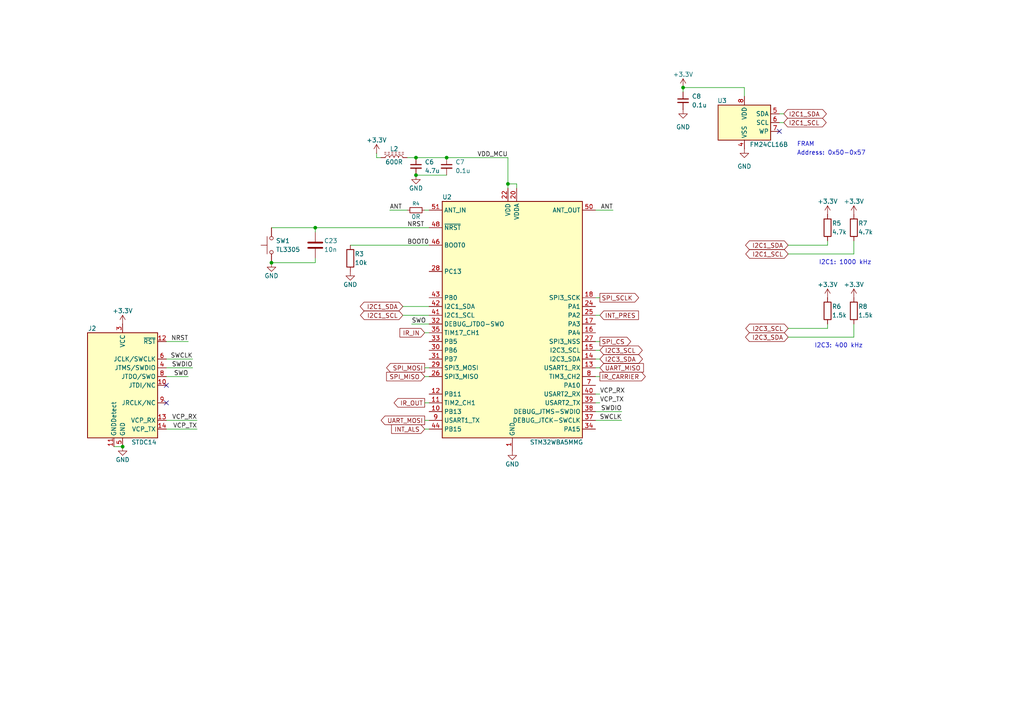
<source format=kicad_sch>
(kicad_sch (version 20250114) (generator "eeschema") (generator_version "9.0")
  (paper "A4")
  (lib_symbols
    (symbol "Connector:Conn_ST_STDC14"
      (property "Reference" "J" (at -8.89 16.51 0))
      (property "Value" "Conn_ST_STDC14" (at 17.78 16.51 0))
      (symbol "Conn_ST_STDC14_0_1"
        (rectangle (start -10.16 15.24) (end 10.16 -15.24) (stroke (width 0.254)) (fill (type background)))
      )
      (symbol "Conn_ST_STDC14_1_1"
        (pin no_connect line (at -10.16 5.08 0) (length 2.54) (hide yes) (name "NC") (number "1"))
        (pin no_connect line (at -10.16 2.54 0) (length 2.54) (hide yes) (name "NC") (number "2"))
        (pin passive line (at -2.54 -17.78 90) (length 2.54) (name "GNDDetect") (number "11"))
        (pin power_in line (at 0 17.78 270) (length 2.54) (name "VCC") (number "3"))
        (pin power_in line (at 0 -17.78 90) (length 2.54) (name "GND") (number "5"))
        (pin passive line (at 0 -17.78 90) (length 2.54) (hide yes) (name "GND") (number "7"))
        (pin open_collector line (at 12.7 12.7 180) (length 2.54) (name "~{RST}") (number "12"))
        (pin output line (at 12.7 7.62 180) (length 2.54) (name "JCLK/SWCLK") (number "6"))
        (pin bidirectional line (at 12.7 5.08 180) (length 2.54) (name "JTMS/SWDIO") (number "4"))
        (pin input line (at 12.7 2.54 180) (length 2.54) (name "JTDO/SWO") (number "8"))
        (pin output line (at 12.7 0 180) (length 2.54) (name "JTDI/NC") (number "10"))
        (pin input line (at 12.7 -5.08 180) (length 2.54) (name "JRCLK/NC") (number "9"))
        (pin output line (at 12.7 -10.16 180) (length 2.54) (name "VCP_RX") (number "13"))
        (pin input line (at 12.7 -12.7 180) (length 2.54) (name "VCP_TX") (number "14"))
      )
    )
    (symbol "DWlib:STM32WBA5MMG"
      (property "Reference" "U" (at -19.812 35.56 0))
      (property "Value" "STM32WBA5MMG" (at 16.764 35.56 0))
      (symbol "STM32WBA5MMG_0_0"
        (pin power_in line (at 0 -38.1 90) (length 3.81) (name "GND") (number "1"))
      )
      (symbol "STM32WBA5MMG_0_1"
        (rectangle (start -20.32 34.29) (end 20.32 -34.29) (stroke (width 0.254)) (fill (type background)))
      )
      (symbol "STM32WBA5MMG_1_1"
        (pin input line (at -24.13 31.75 0) (length 3.81) (name "ANT_IN") (number "51"))
        (pin bidirectional line (at -24.13 26.67 0) (length 3.81) (name "~{NRST}") (number "48"))
        (pin bidirectional line (at -24.13 21.59 0) (length 3.81) (name "BOOT0") (number "46"))
        (pin bidirectional line (at -24.13 13.97 0) (length 3.81) (name "PC13") (number "28"))
        (pin bidirectional line (at -24.13 6.35 0) (length 3.81) (name "PB0") (number "43") (alternate "USART2_TX" bidirectional line))
        (pin bidirectional line (at -24.13 3.81 0) (length 3.81) (name "PB1") (number "42") (alternate "I2C1_SDA" bidirectional line) (alternate "I2C3_SDA" bidirectional line))
        (pin bidirectional line (at -24.13 1.27 0) (length 3.81) (name "PB2") (number "41") (alternate "I2C1_SCL" bidirectional line) (alternate "I2C3_SCL" bidirectional line))
        (pin bidirectional line (at -24.13 -1.27 0) (length 3.81) (name "PB3") (number "32") (alternate "DEBUG_JTDO-SWO" bidirectional line) (alternate "I2C1_SDA" bidirectional line))
        (pin bidirectional line (at -24.13 -3.81 0) (length 3.81) (name "PB4") (number "35") (alternate "TIM17_CH1" bidirectional line) (alternate "USART2_RX" bidirectional line))
        (pin bidirectional line (at -24.13 -6.35 0) (length 3.81) (name "PB5") (number "33"))
        (pin bidirectional line (at -24.13 -8.89 0) (length 3.81) (name "PB6") (number "30") (alternate "TIM2_CH1" bidirectional line))
        (pin bidirectional line (at -24.13 -11.43 0) (length 3.81) (name "PB7") (number "31"))
        (pin bidirectional line (at -24.13 -13.97 0) (length 3.81) (name "PB8") (number "29") (alternate "SPI3_MOSI" bidirectional line) (alternate "USART2_RX" bidirectional line))
        (pin bidirectional line (at -24.13 -16.51 0) (length 3.81) (name "PB9") (number "26") (alternate "SPI3_MISO" bidirectional line))
        (pin bidirectional line (at -24.13 -21.59 0) (length 3.81) (name "PB11") (number "12"))
        (pin bidirectional line (at -24.13 -24.13 0) (length 3.81) (name "PB12") (number "11") (alternate "TIM2_CH1" bidirectional line) (alternate "USART1_TX" bidirectional line))
        (pin bidirectional line (at -24.13 -26.67 0) (length 3.81) (name "PB13") (number "10"))
        (pin bidirectional line (at -24.13 -29.21 0) (length 3.81) (name "PB14") (number "9") (alternate "USART1_TX" bidirectional line))
        (pin bidirectional line (at -24.13 -31.75 0) (length 3.81) (name "PB15") (number "44") (alternate "I2C1_SCL" bidirectional line))
        (pin power_in line (at -1.27 38.1 270) (length 3.81) (name "VDD") (number "22"))
        (pin power_in line (at 0 -38.1 90) (length 3.81) (hide yes) (name "GND") (number "19"))
        (pin power_in line (at 0 -38.1 90) (length 3.81) (hide yes) (name "GND") (number "21"))
        (pin power_in line (at 0 -38.1 90) (length 3.81) (hide yes) (name "GND") (number "23"))
        (pin power_in line (at 0 -38.1 90) (length 3.81) (hide yes) (name "GND") (number "36"))
        (pin power_in line (at 0 -38.1 90) (length 3.81) (hide yes) (name "GND") (number "45"))
        (pin power_in line (at 0 -38.1 90) (length 3.81) (hide yes) (name "GND") (number "47"))
        (pin power_in line (at 0 -38.1 90) (length 3.81) (hide yes) (name "GND") (number "49"))
        (pin power_in line (at 0 -38.1 90) (length 3.81) (hide yes) (name "GND") (number "52"))
        (pin power_in line (at 0 -38.1 90) (length 3.81) (hide yes) (name "GND") (number "53"))
        (pin power_in line (at 0 -38.1 90) (length 3.81) (hide yes) (name "GND") (number "54"))
        (pin power_in line (at 0 -38.1 90) (length 3.81) (hide yes) (name "GND") (number "55"))
        (pin power_in line (at 0 -38.1 90) (length 3.81) (hide yes) (name "GND") (number "57"))
        (pin power_in line (at 0 -38.1 90) (length 3.81) (hide yes) (name "GND") (number "58"))
        (pin power_in line (at 0 -38.1 90) (length 3.81) (hide yes) (name "GND") (number "6"))
        (pin power_in line (at 0 -38.1 90) (length 3.81) (hide yes) (name "GND") (number "60"))
        (pin power_in line (at 0 -38.1 90) (length 3.81) (hide yes) (name "GND") (number "61"))
        (pin power_in line (at 0 -38.1 90) (length 3.81) (hide yes) (name "GND") (number "62"))
        (pin power_in line (at 0 -38.1 90) (length 3.81) (hide yes) (name "GND") (number "63"))
        (pin power_in line (at 0 -38.1 90) (length 3.81) (hide yes) (name "GND") (number "64"))
        (pin power_in line (at 0 -38.1 90) (length 3.81) (hide yes) (name "GND") (number "65"))
        (pin power_in line (at 0 -38.1 90) (length 3.81) (hide yes) (name "GND") (number "66"))
        (pin power_in line (at 0 -38.1 90) (length 3.81) (hide yes) (name "GND") (number "67"))
        (pin power_in line (at 0 -38.1 90) (length 3.81) (hide yes) (name "GND") (number "68"))
        (pin power_in line (at 0 -38.1 90) (length 3.81) (hide yes) (name "GND") (number "69"))
        (pin power_in line (at 0 -38.1 90) (length 3.81) (hide yes) (name "GND") (number "70"))
        (pin power_in line (at 0 -38.1 90) (length 3.81) (hide yes) (name "GND") (number "71"))
        (pin power_in line (at 0 -38.1 90) (length 3.81) (hide yes) (name "GND") (number "72"))
        (pin power_in line (at 0 -38.1 90) (length 3.81) (hide yes) (name "GND") (number "73"))
        (pin power_in line (at 0 -38.1 90) (length 3.81) (hide yes) (name "GND") (number "74"))
        (pin power_in line (at 0 -38.1 90) (length 3.81) (hide yes) (name "GND") (number "75"))
        (pin power_in line (at 0 -38.1 90) (length 3.81) (hide yes) (name "GND") (number "76"))
        (pin power_in line (at 1.27 38.1 270) (length 3.81) (name "VDDA") (number "20"))
        (pin no_connect line (at 2.54 -34.29 90) (length 3.81) (hide yes) (name "GND") (number "2"))
        (pin no_connect line (at 2.54 -34.29 90) (length 3.81) (hide yes) (name "GND") (number "3"))
        (pin no_connect line (at 2.54 -34.29 90) (length 3.81) (hide yes) (name "GND") (number "4"))
        (pin no_connect line (at 2.54 -34.29 90) (length 3.81) (hide yes) (name "GND") (number "5"))
        (pin no_connect line (at 2.54 -34.29 90) (length 3.81) (hide yes) (name "GND") (number "56"))
        (pin no_connect line (at 2.54 -34.29 90) (length 3.81) (hide yes) (name "GND") (number "59"))
        (pin output line (at 24.13 31.75 180) (length 3.81) (name "ANT_OUT") (number "50"))
        (pin bidirectional line (at 24.13 6.35 180) (length 3.81) (name "PA0") (number "18") (alternate "SPI3_SCK" bidirectional line))
        (pin bidirectional line (at 24.13 3.81 180) (length 3.81) (name "PA1") (number "24") (alternate "TIM17_CH1" bidirectional line) (alternate "TIM3_CH2" bidirectional line))
        (pin bidirectional line (at 24.13 1.27 180) (length 3.81) (name "PA2") (number "25"))
        (pin bidirectional line (at 24.13 -1.27 180) (length 3.81) (name "PA3") (number "17"))
        (pin bidirectional line (at 24.13 -3.81 180) (length 3.81) (name "PA4") (number "16"))
        (pin bidirectional line (at 24.13 -6.35 180) (length 3.81) (name "PA5") (number "27") (alternate "SPI3_NSS" bidirectional line) (alternate "TIM2_CH1" bidirectional line))
        (pin bidirectional line (at 24.13 -8.89 180) (length 3.81) (name "PA6") (number "15") (alternate "I2C3_SCL" bidirectional line))
        (pin bidirectional line (at 24.13 -11.43 180) (length 3.81) (name "PA7") (number "14") (alternate "I2C3_SDA" bidirectional line))
        (pin bidirectional line (at 24.13 -13.97 180) (length 3.81) (name "PA8") (number "13") (alternate "USART1_RX" bidirectional line))
        (pin bidirectional line (at 24.13 -16.51 180) (length 3.81) (name "PA9") (number "8") (alternate "TIM3_CH2" bidirectional line))
        (pin bidirectional line (at 24.13 -19.05 180) (length 3.81) (name "PA10") (number "7"))
        (pin bidirectional line (at 24.13 -21.59 180) (length 3.81) (name "PA11") (number "40") (alternate "USART2_RX" bidirectional line))
        (pin bidirectional line (at 24.13 -24.13 180) (length 3.81) (name "PA12") (number "39") (alternate "USART2_TX" bidirectional line))
        (pin bidirectional line (at 24.13 -26.67 180) (length 3.81) (name "PA13") (number "38") (alternate "DEBUG_JTMS-SWDIO" bidirectional line))
        (pin bidirectional line (at 24.13 -29.21 180) (length 3.81) (name "PA14") (number "37") (alternate "DEBUG_JTCK-SWCLK" bidirectional line) (alternate "USART2_TX" bidirectional line))
        (pin bidirectional line (at 24.13 -31.75 180) (length 3.81) (name "PA15") (number "34") (alternate "I2C1_SCL" bidirectional line))
      )
    )
    (symbol "Device:C" (pin_numbers (hide yes)) (pin_names (offset 0.254))
      (property "Reference" "C" (at 0.635 2.54 0))
      (property "Value" "C" (at 0.635 -2.54 0))
      (symbol "C_0_1"
        (polyline (pts (xy -2.032 0.762) (xy 2.032 0.762)) (stroke (width 0.508)))
        (polyline (pts (xy -2.032 -0.762) (xy 2.032 -0.762)) (stroke (width 0.508)))
      )
      (symbol "C_1_1"
        (pin passive line (at 0 3.81 270) (length 2.794) (name "~") (number "1"))
        (pin passive line (at 0 -3.81 90) (length 2.794) (name "~") (number "2"))
      )
    )
    (symbol "Device:C_Small" (pin_numbers (hide yes)) (pin_names (offset 0.254) (hide yes))
      (property "Reference" "C" (at 0.254 1.778 0))
      (property "Value" "C_Small" (at 0.254 -2.032 0))
      (symbol "C_Small_0_1"
        (polyline (pts (xy -1.524 0.508) (xy 1.524 0.508)) (stroke (width 0.3048)))
        (polyline (pts (xy -1.524 -0.508) (xy 1.524 -0.508)) (stroke (width 0.3302)))
      )
      (symbol "C_Small_1_1"
        (pin passive line (at 0 2.54 270) (length 2.032) (name "~") (number "1"))
        (pin passive line (at 0 -2.54 90) (length 2.032) (name "~") (number "2"))
      )
    )
    (symbol "Device:L_Ferrite" (pin_numbers (hide yes)) (pin_names (offset 1.016) (hide yes))
      (property "Reference" "L" (at -1.27 0 90))
      (property "Value" "L_Ferrite" (at 2.794 0 90))
      (symbol "L_Ferrite_0_1"
        (arc (start 0 2.54) (mid 0.6323 1.905) (end 0 1.27))
        (arc (start 0 1.27) (mid 0.6323 0.635) (end 0 0))
        (arc (start 0 0) (mid 0.6323 -0.635) (end 0 -1.27))
        (arc (start 0 -1.27) (mid 0.6323 -1.905) (end 0 -2.54))
        (polyline (pts (xy 1.016 2.286) (xy 1.016 2.794)))
        (polyline (pts (xy 1.016 1.27) (xy 1.016 1.778)))
        (polyline (pts (xy 1.016 0.254) (xy 1.016 0.762)))
        (polyline (pts (xy 1.016 -0.762) (xy 1.016 -0.254)))
        (polyline (pts (xy 1.016 -1.778) (xy 1.016 -1.27)))
        (polyline (pts (xy 1.016 -2.794) (xy 1.016 -2.286)))
        (polyline (pts (xy 1.524 2.794) (xy 1.524 2.286)))
        (polyline (pts (xy 1.524 1.778) (xy 1.524 1.27)))
        (polyline (pts (xy 1.524 0.762) (xy 1.524 0.254)))
        (polyline (pts (xy 1.524 -0.254) (xy 1.524 -0.762)))
        (polyline (pts (xy 1.524 -1.27) (xy 1.524 -1.778)))
        (polyline (pts (xy 1.524 -2.286) (xy 1.524 -2.794)))
      )
      (symbol "L_Ferrite_1_1"
        (pin passive line (at 0 3.81 270) (length 1.27) (name "1") (number "1"))
        (pin passive line (at 0 -3.81 90) (length 1.27) (name "2") (number "2"))
      )
    )
    (symbol "Device:R" (pin_numbers (hide yes)) (pin_names (offset 0))
      (property "Reference" "R" (at 2.032 0 90))
      (property "Value" "R" (at 0 0 90))
      (symbol "R_0_1"
        (rectangle (start -1.016 -2.54) (end 1.016 2.54) (stroke (width 0.254)))
      )
      (symbol "R_1_1"
        (pin passive line (at 0 3.81 270) (length 1.27) (name "~") (number "1"))
        (pin passive line (at 0 -3.81 90) (length 1.27) (name "~") (number "2"))
      )
    )
    (symbol "Device:R_Small" (pin_numbers (hide yes)) (pin_names (offset 0.254) (hide yes))
      (property "Reference" "R" (at 0 0 90))
      (property "Value" "R_Small" (at 1.778 0 90))
      (symbol "R_Small_0_1"
        (rectangle (start -0.762 1.778) (end 0.762 -1.778) (stroke (width 0.2032)))
      )
      (symbol "R_Small_1_1"
        (pin passive line (at 0 2.54 270) (length 0.762) (name "~") (number "1"))
        (pin passive line (at 0 -2.54 90) (length 0.762) (name "~") (number "2"))
      )
    )
    (symbol "Memory_NVRAM:FM24CL16B"
      (property "Reference" "U" (at -5.08 8.89 0))
      (property "Value" "FM24CL16B" (at 6.35 -8.89 0))
      (symbol "FM24CL16B_0_1"
        (rectangle (start -7.62 5.08) (end 7.62 -5.08) (stroke (width 0.254)) (fill (type background)))
      )
      (symbol "FM24CL16B_1_1"
        (pin no_connect line (at -7.62 2.54 0) (length 2.54) (hide yes) (name "~") (number "1"))
        (pin no_connect line (at -7.62 0 0) (length 2.54) (hide yes) (name "~") (number "3"))
        (pin no_connect line (at -7.62 -2.54 0) (length 2.54) (hide yes) (name "~") (number "2"))
        (pin power_in line (at 0 7.62 270) (length 2.54) (name "VDD") (number "8"))
        (pin power_in line (at 0 -7.62 90) (length 2.54) (name "VSS") (number "4"))
        (pin bidirectional line (at 10.16 2.54 180) (length 2.54) (name "SDA") (number "5"))
        (pin input line (at 10.16 0 180) (length 2.54) (name "SCL") (number "6"))
        (pin input line (at 10.16 -2.54 180) (length 2.54) (name "WP") (number "7"))
      )
    )
    (symbol "Switch:SW_Push" (pin_numbers (hide yes)) (pin_names (offset 1.016) (hide yes))
      (property "Reference" "SW" (at 1.27 2.54 0))
      (property "Value" "SW_Push" (at 0 -1.524 0))
      (symbol "SW_Push_0_1"
        (circle (center -2.032 0) (radius 0.508))
        (polyline (pts (xy 0 1.27) (xy 0 3.048)))
        (circle (center 2.032 0) (radius 0.508))
        (polyline (pts (xy 2.54 1.27) (xy -2.54 1.27)))
        (pin passive line (at -5.08 0 0) (length 2.54) (name "1") (number "1"))
        (pin passive line (at 5.08 0 180) (length 2.54) (name "2") (number "2"))
      )
    )
    (symbol "power:+3.3V" (power) (pin_numbers (hide yes)) (pin_names (offset 0) (hide yes))
      (property "Value" "+3.3V" (at 0 3.556 0))
      (symbol "+3.3V_0_1"
        (polyline (pts (xy -0.762 1.27) (xy 0 2.54)))
        (polyline (pts (xy 0 2.54) (xy 0.762 1.27)))
        (polyline (pts (xy 0 0) (xy 0 2.54)))
      )
      (symbol "+3.3V_1_1"
        (pin power_in line (at 0 0 90) (length 0) (name "~") (number "1"))
      )
    )
    (symbol "power:GND" (power) (pin_numbers (hide yes)) (pin_names (offset 0) (hide yes))
      (property "Value" "GND" (at 0 -3.81 0))
      (symbol "GND_0_1"
        (polyline (pts (xy 0 0) (xy 0 -1.27) (xy 1.27 -1.27) (xy 0 -2.54) (xy -1.27 -1.27) (xy 0 -1.27)))
      )
      (symbol "GND_1_1"
        (pin power_in line (at 0 0 270) (length 0) (name "~") (number "1"))
      )
    )
  )
  (text "I2C3: 400 kHz" (at 236.22 100.33 0) (effects (font (size 1.27 1.27)) (justify left)))
  (text "Address: 0x50-0x57" (at 231.14 44.45 0) (effects (font (size 1.27 1.27)) (justify left)))
  (text "I2C1: 1000 kHz" (at 237.49 76.2 0) (effects (font (size 1.27 1.27)) (justify left)))
  (text "FRAM" (at 231.14 41.91 0) (effects (font (size 1.27 1.27)) (justify left)))
  (junction (at 91.44 66.04))
  (junction (at 147.32 53.34))
  (junction (at 129.54 45.72))
  (junction (at 120.65 45.72))
  (junction (at 198.12 25.4))
  (junction (at 120.65 50.8))
  (junction (at 78.74 76.2))
  (junction (at 35.56 129.54))
  (no_connect (at 48.26 111.76))
  (no_connect (at 226.06 38.1))
  (no_connect (at 48.26 116.84))
  (wire (pts (xy 119.38 93.98) (xy 124.46 93.98)))
  (wire (pts (xy 240.03 69.85) (xy 240.03 71.12)))
  (wire (pts (xy 118.11 45.72) (xy 120.65 45.72)))
  (wire (pts (xy 240.03 93.98) (xy 240.03 95.25)))
  (wire (pts (xy 123.19 124.46) (xy 124.46 124.46)))
  (wire (pts (xy 173.99 99.06) (xy 172.72 99.06)))
  (wire (pts (xy 247.65 69.85) (xy 247.65 73.66)))
  (wire (pts (xy 57.15 121.92) (xy 48.26 121.92)))
  (wire (pts (xy 172.72 60.96) (xy 177.8 60.96)))
  (wire (pts (xy 57.15 124.46) (xy 48.26 124.46)))
  (wire (pts (xy 173.99 101.6) (xy 172.72 101.6)))
  (wire (pts (xy 116.84 91.44) (xy 124.46 91.44)))
  (wire (pts (xy 54.61 109.22) (xy 48.26 109.22)))
  (wire (pts (xy 123.19 60.96) (xy 124.46 60.96)))
  (wire (pts (xy 109.22 45.72) (xy 110.49 45.72)))
  (wire (pts (xy 215.9 25.4) (xy 198.12 25.4)))
  (wire (pts (xy 180.34 119.38) (xy 172.72 119.38)))
  (wire (pts (xy 120.65 45.72) (xy 129.54 45.72)))
  (wire (pts (xy 173.99 109.22) (xy 172.72 109.22)))
  (wire (pts (xy 180.34 121.92) (xy 172.72 121.92)))
  (wire (pts (xy 147.32 45.72) (xy 147.32 53.34)))
  (wire (pts (xy 173.99 114.3) (xy 172.72 114.3)))
  (wire (pts (xy 228.6 95.25) (xy 240.03 95.25)))
  (wire (pts (xy 123.19 121.92) (xy 124.46 121.92)))
  (wire (pts (xy 33.02 129.54) (xy 35.56 129.54)))
  (wire (pts (xy 91.44 66.04) (xy 124.46 66.04)))
  (wire (pts (xy 228.6 71.12) (xy 240.03 71.12)))
  (wire (pts (xy 91.44 74.93) (xy 91.44 76.2)))
  (wire (pts (xy 173.99 86.36) (xy 172.72 86.36)))
  (wire (pts (xy 55.88 104.14) (xy 48.26 104.14)))
  (wire (pts (xy 123.19 116.84) (xy 124.46 116.84)))
  (wire (pts (xy 55.88 106.68) (xy 48.26 106.68)))
  (wire (pts (xy 227.33 33.02) (xy 226.06 33.02)))
  (wire (pts (xy 247.65 93.98) (xy 247.65 97.79)))
  (wire (pts (xy 123.19 106.68) (xy 124.46 106.68)))
  (wire (pts (xy 198.12 25.4) (xy 198.12 26.67)))
  (wire (pts (xy 109.22 44.45) (xy 109.22 45.72)))
  (wire (pts (xy 113.03 60.96) (xy 118.11 60.96)))
  (wire (pts (xy 149.86 54.61) (xy 149.86 53.34)))
  (wire (pts (xy 54.61 99.06) (xy 48.26 99.06)))
  (wire (pts (xy 227.33 35.56) (xy 226.06 35.56)))
  (wire (pts (xy 101.6 71.12) (xy 124.46 71.12)))
  (wire (pts (xy 173.99 91.44) (xy 172.72 91.44)))
  (wire (pts (xy 173.99 116.84) (xy 172.72 116.84)))
  (wire (pts (xy 123.19 96.52) (xy 124.46 96.52)))
  (wire (pts (xy 215.9 27.94) (xy 215.9 25.4)))
  (wire (pts (xy 147.32 53.34) (xy 147.32 54.61)))
  (wire (pts (xy 129.54 45.72) (xy 147.32 45.72)))
  (wire (pts (xy 116.84 88.9) (xy 124.46 88.9)))
  (wire (pts (xy 228.6 73.66) (xy 247.65 73.66)))
  (wire (pts (xy 123.19 109.22) (xy 124.46 109.22)))
  (wire (pts (xy 120.65 50.8) (xy 129.54 50.8)))
  (wire (pts (xy 91.44 66.04) (xy 91.44 67.31)))
  (wire (pts (xy 173.99 106.68) (xy 172.72 106.68)))
  (wire (pts (xy 228.6 97.79) (xy 247.65 97.79)))
  (wire (pts (xy 173.99 104.14) (xy 172.72 104.14)))
  (wire (pts (xy 149.86 53.34) (xy 147.32 53.34)))
  (wire (pts (xy 91.44 76.2) (xy 78.74 76.2)))
  (wire (pts (xy 78.74 66.04) (xy 91.44 66.04)))
  (label "VCP_TX" (at 57.15 124.46 180))
  (label "SWDIO" (at 55.88 106.68 180))
  (label "BOOT0" (at 118.11 71.12 0))
  (label "NRST" (at 54.61 99.06 180))
  (label "SWCLK" (at 55.88 104.14 180))
  (label "VCP_RX" (at 57.15 121.92 180))
  (label "VCP_RX" (at 173.99 114.3 0))
  (label "SWDIO" (at 180.34 119.38 180))
  (label "ANT" (at 113.03 60.96 0))
  (label "VDD_MCU" (at 138.43 45.72 0))
  (label "SWO" (at 54.61 109.22 180))
  (label "SWO" (at 119.38 93.98 0))
  (label "NRST" (at 118.11 66.04 0))
  (label "VCP_TX" (at 173.99 116.84 0))
  (label "ANT" (at 177.8 60.96 180))
  (label "SWCLK" (at 180.34 121.92 180))
  (global_label "I2C3_SCL" (shape bidirectional) (at 173.99 101.6 0) (property "Intersheetrefs" "${INTERSHEET_REFS}" (at 185.7442 101.6 0) (effects (justify left))))
  (global_label "SPI_MISO" (shape input) (at 123.19 109.22 180) (property "Intersheetrefs" "${INTERSHEET_REFS}" (at 111.5567 109.22 0) (effects (justify right))))
  (global_label "IR_OUT" (shape output) (at 123.19 116.84 180) (property "Intersheetrefs" "${INTERSHEET_REFS}" (at 113.7338 116.84 0) (effects (justify right))))
  (global_label "I2C1_SCL" (shape bidirectional) (at 228.6 73.66 180) (property "Intersheetrefs" "${INTERSHEET_REFS}" (at 216.8458 73.66 0) (effects (justify right))))
  (global_label "SPI_MOSI" (shape output) (at 123.19 106.68 180) (property "Intersheetrefs" "${INTERSHEET_REFS}" (at 111.5567 106.68 0) (effects (justify right))))
  (global_label "IR_IN" (shape input) (at 123.19 96.52 180) (property "Intersheetrefs" "${INTERSHEET_REFS}" (at 115.4271 96.52 0) (effects (justify right))))
  (global_label "SPI_SCLK" (shape output) (at 173.99 86.36 0) (property "Intersheetrefs" "${INTERSHEET_REFS}" (at 185.8047 86.36 0) (effects (justify left))))
  (global_label "I2C1_SCL" (shape bidirectional) (at 227.33 35.56 0) (property "Intersheetrefs" "${INTERSHEET_REFS}" (at 239.0842 35.56 0) (effects (justify left))))
  (global_label "UART_MISO" (shape input) (at 173.99 106.68 0) (property "Intersheetrefs" "${INTERSHEET_REFS}" (at 187.1957 106.68 0) (effects (justify left))))
  (global_label "I2C3_SDA" (shape bidirectional) (at 173.99 104.14 0) (property "Intersheetrefs" "${INTERSHEET_REFS}" (at 185.8047 104.14 0) (effects (justify left))))
  (global_label "IR_CARRIER" (shape output) (at 173.99 109.22 0) (property "Intersheetrefs" "${INTERSHEET_REFS}" (at 187.74 109.22 0) (effects (justify left))))
  (global_label "I2C1_SDA" (shape bidirectional) (at 227.33 33.02 0) (property "Intersheetrefs" "${INTERSHEET_REFS}" (at 239.1447 33.02 0) (effects (justify left))))
  (global_label "I2C3_SDA" (shape bidirectional) (at 228.6 97.79 180) (property "Intersheetrefs" "${INTERSHEET_REFS}" (at 216.7853 97.79 0) (effects (justify right))))
  (global_label "INT_PRES" (shape input) (at 173.99 91.44 0) (property "Intersheetrefs" "${INTERSHEET_REFS}" (at 185.7442 91.44 0) (effects (justify left))))
  (global_label "INT_ALS" (shape input) (at 123.19 124.46 180) (property "Intersheetrefs" "${INTERSHEET_REFS}" (at 113.0081 124.46 0) (effects (justify right))))
  (global_label "UART_MOSI" (shape output) (at 123.19 121.92 180) (property "Intersheetrefs" "${INTERSHEET_REFS}" (at 109.9843 121.92 0) (effects (justify right))))
  (global_label "SPI_CS" (shape output) (at 173.99 99.06 0) (property "Intersheetrefs" "${INTERSHEET_REFS}" (at 183.5066 99.06 0) (effects (justify left))))
  (global_label "I2C3_SCL" (shape bidirectional) (at 228.6 95.25 180) (property "Intersheetrefs" "${INTERSHEET_REFS}" (at 216.8458 95.25 0) (effects (justify right))))
  (global_label "I2C1_SDA" (shape bidirectional) (at 116.84 88.9 180) (property "Intersheetrefs" "${INTERSHEET_REFS}" (at 105.0253 88.9 0) (effects (justify right))))
  (global_label "I2C1_SDA" (shape bidirectional) (at 228.6 71.12 180) (property "Intersheetrefs" "${INTERSHEET_REFS}" (at 216.7853 71.12 0) (effects (justify right))))
  (global_label "I2C1_SCL" (shape bidirectional) (at 116.84 91.44 180) (property "Intersheetrefs" "${INTERSHEET_REFS}" (at 105.0858 91.44 0) (effects (justify right))))
  (symbol (lib_id "power:+3.3V") (at 247.65 86.36 0) (unit 1)
    (property "Reference" "#PWR025" (effects (hide yes)))
    (property "Value" "+3.3V" (at 247.65 82.55 0))
    (property "Description" "Power symbol creates a global label with name \"+3.3V\"" (effects (hide yes)))
  )
  (symbol (lib_id "Connector:Conn_ST_STDC14") (at 35.56 111.76 0) (unit 1)
    (property "Reference" "J2" (at 27.94 95.25 0) (effects (justify right)))
    (property "Value" "STDC14" (at 38.1 128.27 0) (effects (justify left)))
    (property "Footprint" "DWlib:SAMTEC_FTSH-107-01-L-DV-K-A" (effects (hide yes)))
    (property "Datasheet" "https://www.st.com/content/ccc/resource/technical/document/user_manual/group1/99/49/91/b6/b2/3a/46/e5/DM00526767/files/DM00526767.pdf/jcr:content/translations/en.DM00526767.pdf" (effects (hide yes)))
    (property "Description" "ST Debug Connector, standard ARM Cortex-M SWD and JTAG interface plus UART" (effects (hide yes)))
    (property "MPN" "FTSH-107-01-L-DV-K-A" (effects (hide yes)))
    (property "Mouser PN" "200-FTSH10701LDVKA" (effects (hide yes)))
  )
  (symbol (lib_id "Device:C_Small") (at 120.65 48.26 0) (unit 1)
    (property "Reference" "C6" (at 123.19 46.9962 0) (effects (justify left)))
    (property "Value" "4.7u" (at 123.19 49.5362 0) (effects (justify left)))
    (property "Footprint" "Capacitor_SMD:C_0805_2012Metric" (effects (hide yes)))
    (property "Description" "Unpolarized capacitor, small symbol" (effects (hide yes)))
  )
  (symbol (lib_id "power:+3.3V") (at 240.03 86.36 0) (unit 1)
    (property "Reference" "#PWR023" (effects (hide yes)))
    (property "Value" "+3.3V" (at 240.03 82.55 0))
    (property "Description" "Power symbol creates a global label with name \"+3.3V\"" (effects (hide yes)))
  )
  (symbol (lib_id "power:+3.3V") (at 247.65 62.23 0) (unit 1)
    (property "Reference" "#PWR024" (effects (hide yes)))
    (property "Value" "+3.3V" (at 247.65 58.42 0))
    (property "Description" "Power symbol creates a global label with name \"+3.3V\"" (effects (hide yes)))
  )
  (symbol (lib_id "power:GND") (at 148.59 130.81 0) (unit 1)
    (property "Reference" "#PWR018" (effects (hide yes)))
    (property "Value" "GND" (at 148.59 134.62 0))
    (property "Description" "Power symbol creates a global label with name \"GND\" , ground" (effects (hide yes)))
  )
  (symbol (lib_id "power:+3.3V") (at 198.12 25.4 0) (unit 1)
    (property "Reference" "#PWR019" (effects (hide yes)))
    (property "Value" "+3.3V" (at 198.12 21.59 0))
    (property "Description" "Power symbol creates a global label with name \"+3.3V\"" (effects (hide yes)))
  )
  (symbol (lib_id "Device:C_Small") (at 198.12 29.21 0) (unit 1)
    (property "Reference" "C8" (at 200.66 27.9462 0) (effects (justify left)))
    (property "Value" "0.1u" (at 200.66 30.4862 0) (effects (justify left)))
    (property "Footprint" "Capacitor_SMD:C_0402_1005Metric" (effects (hide yes)))
    (property "Description" "Unpolarized capacitor, small symbol" (effects (hide yes)))
  )
  (symbol (lib_id "Device:L_Ferrite") (at 114.3 45.72 90) (unit 1)
    (property "Reference" "L2" (at 114.3 43.18 90))
    (property "Value" "600R" (at 114.3 46.99 90))
    (property "Footprint" "Inductor_SMD:L_0805_2012Metric" (effects (hide yes)))
    (property "Description" "Inductor with ferrite core" (effects (hide yes)))
    (property "MPN" "HZ0805E601R-10" (effects (hide yes)))
    (property "Mouser PN" "875-HZ0805E601R-10" (effects (hide yes)))
  )
  (symbol (lib_id "Device:R") (at 240.03 90.17 0) (unit 1)
    (property "Reference" "R6" (at 241.3 88.9 0) (effects (justify left)))
    (property "Value" "1.5k" (at 241.3 91.44 0) (effects (justify left)))
    (property "Footprint" "Resistor_SMD:R_0603_1608Metric" (effects (hide yes)))
    (property "Description" "Resistor" (effects (hide yes)))
  )
  (symbol (lib_id "Device:R_Small") (at 120.65 60.96 90) (unit 1)
    (property "Reference" "R4" (at 120.65 59.055 90) (effects (font (size 1.016 1.016))))
    (property "Value" "0R" (at 120.65 62.865 90))
    (property "Footprint" "Resistor_SMD:R_0402_1005Metric" (effects (hide yes)))
    (property "Description" "Resistor, small symbol" (effects (hide yes)))
  )
  (symbol (lib_id "power:GND") (at 101.6 78.74 0) (unit 1)
    (property "Reference" "#PWR015" (effects (hide yes)))
    (property "Value" "GND" (at 101.6 82.55 0))
    (property "Description" "Power symbol creates a global label with name \"GND\" , ground" (effects (hide yes)))
  )
  (symbol (lib_id "power:GND") (at 35.56 129.54 0) (unit 1)
    (property "Reference" "#PWR013" (effects (hide yes)))
    (property "Value" "GND" (at 35.56 133.35 0))
    (property "Description" "Power symbol creates a global label with name \"GND\" , ground" (effects (hide yes)))
  )
  (symbol (lib_id "power:+3.3V") (at 109.22 44.45 0) (unit 1)
    (property "Reference" "#PWR016" (effects (hide yes)))
    (property "Value" "+3.3V" (at 109.22 40.64 0))
    (property "Description" "Power symbol creates a global label with name \"+3.3V\"" (effects (hide yes)))
  )
  (symbol (lib_id "power:GND") (at 198.12 31.75 0) (unit 1)
    (property "Reference" "#PWR020" (effects (hide yes)))
    (property "Value" "GND" (at 198.12 36.83 0))
    (property "Description" "Power symbol creates a global label with name \"GND\" , ground" (effects (hide yes)))
  )
  (symbol (lib_id "Device:R") (at 247.65 90.17 0) (unit 1)
    (property "Reference" "R8" (at 248.92 88.9 0) (effects (justify left)))
    (property "Value" "1.5k" (at 248.92 91.44 0) (effects (justify left)))
    (property "Footprint" "Resistor_SMD:R_0603_1608Metric" (effects (hide yes)))
    (property "Description" "Resistor" (effects (hide yes)))
  )
  (symbol (lib_id "power:+3.3V") (at 35.56 93.98 0) (unit 1)
    (property "Reference" "#PWR012" (effects (hide yes)))
    (property "Value" "+3.3V" (at 35.56 90.17 0))
    (property "Description" "Power symbol creates a global label with name \"+3.3V\"" (effects (hide yes)))
  )
  (symbol (lib_id "power:GND") (at 215.9 43.18 0) (unit 1)
    (property "Reference" "#PWR021" (effects (hide yes)))
    (property "Value" "GND" (at 215.9 48.26 0))
    (property "Description" "Power symbol creates a global label with name \"GND\" , ground" (effects (hide yes)))
  )
  (symbol (lib_id "Device:C") (at 91.44 71.12 0) (unit 1)
    (property "Reference" "C23" (at 93.98 69.85 0) (effects (justify left)))
    (property "Value" "10n" (at 93.98 72.39 0) (effects (justify left)))
    (property "Footprint" "Capacitor_SMD:C_0402_1005Metric" (effects (hide yes)))
    (property "Description" "Unpolarized capacitor" (effects (hide yes)))
  )
  (symbol (lib_id "Device:R") (at 247.65 66.04 0) (unit 1)
    (property "Reference" "R7" (at 248.92 64.77 0) (effects (justify left)))
    (property "Value" "4.7k" (at 248.92 67.31 0) (effects (justify left)))
    (property "Footprint" "Resistor_SMD:R_0603_1608Metric" (effects (hide yes)))
    (property "Description" "Resistor" (effects (hide yes)))
  )
  (symbol (lib_id "Device:R") (at 101.6 74.93 0) (unit 1)
    (property "Reference" "R3" (at 102.87 73.66 0) (effects (justify left)))
    (property "Value" "10k" (at 102.87 76.2 0) (effects (justify left)))
    (property "Footprint" "Resistor_SMD:R_0603_1608Metric" (effects (hide yes)))
    (property "Description" "Resistor" (effects (hide yes)))
  )
  (symbol (lib_id "Device:C_Small") (at 129.54 48.26 0) (unit 1)
    (property "Reference" "C7" (at 132.08 46.9962 0) (effects (justify left)))
    (property "Value" "0.1u" (at 132.08 49.5362 0) (effects (justify left)))
    (property "Footprint" "Capacitor_SMD:C_0402_1005Metric" (effects (hide yes)))
    (property "Description" "Unpolarized capacitor, small symbol" (effects (hide yes)))
  )
  (symbol (lib_id "Memory_NVRAM:FM24CL16B") (at 215.9 35.56 0) (unit 1)
    (property "Reference" "U3" (at 210.82 29.21 0) (effects (justify right)))
    (property "Value" "FM24CL16B" (at 228.6 41.91 0) (effects (justify right)))
    (property "Footprint" "Package_SO:SOIC-8_3.9x4.9mm_P1.27mm" (effects (hide yes)))
    (property "Datasheet" "https://www.infineon.com/dgdl/Infineon-FM24CL16B_16-Kbit_(2_K_8)_Serial_(I2C)_F-RAM-DataSheet-v13_00-EN.pdf?fileId=8ac78c8c7d0d8da4017d0ec99cb241e9" (effects (hide yes)))
    (property "Description" "16Kb serial FRAM nonvolatile Memory, SOIC-8" (effects (hide yes)))
    (property "MPN" "FM24CL16B-G" (effects (hide yes)))
    (property "Mouser PN" "877-FM24CL16B-G" (effects (hide yes)))
  )
  (symbol (lib_id "power:+3.3V") (at 240.03 62.23 0) (unit 1)
    (property "Reference" "#PWR022" (effects (hide yes)))
    (property "Value" "+3.3V" (at 240.03 58.42 0))
    (property "Description" "Power symbol creates a global label with name \"+3.3V\"" (effects (hide yes)))
  )
  (symbol (lib_id "Switch:SW_Push") (at 78.74 71.12 90) (unit 1)
    (property "Reference" "SW1" (at 80.01 69.8499 90) (effects (justify right)))
    (property "Value" "TL3305" (at 80.01 72.3899 90) (effects (justify right)))
    (property "Footprint" "DWlib:SW_Push_1P1T_NO_E-Switch_TL3305AFxxxQG" (effects (hide yes)))
    (property "Description" "Push button switch, generic, two pins" (effects (hide yes)))
    (property "MPN" "TL3305AF260QG" (effects (hide yes)))
    (property "Mouser PN" "612-TL3305AF260QG" (effects (hide yes)))
  )
  (symbol (lib_id "power:GND") (at 78.74 76.2 0) (unit 1)
    (property "Reference" "#PWR014" (effects (hide yes)))
    (property "Value" "GND" (at 78.74 80.01 0))
    (property "Description" "Power symbol creates a global label with name \"GND\" , ground" (effects (hide yes)))
  )
  (symbol (lib_id "Device:R") (at 240.03 66.04 0) (unit 1)
    (property "Reference" "R5" (at 241.3 64.77 0) (effects (justify left)))
    (property "Value" "4.7k" (at 241.3 67.31 0) (effects (justify left)))
    (property "Footprint" "Resistor_SMD:R_0603_1608Metric" (effects (hide yes)))
    (property "Description" "Resistor" (effects (hide yes)))
  )
  (symbol (lib_id "power:GND") (at 120.65 50.8 0) (unit 1)
    (property "Reference" "#PWR017" (effects (hide yes)))
    (property "Value" "GND" (at 120.65 54.61 0))
    (property "Description" "Power symbol creates a global label with name \"GND\" , ground" (effects (hide yes)))
  )
  (symbol (lib_id "DWlib:STM32WBA5MMG") (at 148.59 92.71 0) (unit 1)
    (property "Reference" "U2" (at 128.27 57.15 0) (effects (justify left)))
    (property "Value" "STM32WBA5MMG" (at 153.67 128.27 0) (effects (justify left)))
    (property "Footprint" "DWlib:STM32WBA5MMG" (effects (hide yes)))
    (property "Datasheet" "https://www.st.com/resource/en/datasheet/stm32wba5mmg.pdf" (effects (hide yes)))
    (property "Description" "Arm Cortex-M33 TZ MCU 100 MHz with 1 Mbytes of Flash memory, Bluetooth LE 6.0, 802.15.4, Zigbee, Thread" (effects (hide yes)))
    (property "MPN" "STM32WBA5MMGH6TR" (effects (hide yes)))
    (property "Mouser PN" "511-STM32WBA5MMGH6TR" (effects (hide yes)))
    (pin "41" (alternate "I2C1_SCL"))
    (pin "42" (alternate "I2C1_SDA"))
    (pin "32" (alternate "DEBUG_JTDO-SWO"))
    (pin "35" (alternate "TIM17_CH1"))
    (pin "11" (alternate "TIM2_CH1"))
    (pin "29" (alternate "SPI3_MOSI"))
    (pin "9" (alternate "USART1_TX"))
    (pin "26" (alternate "SPI3_MISO"))
    (pin "13" (alternate "USART1_RX"))
    (pin "27" (alternate "SPI3_NSS"))
    (pin "14" (alternate "I2C3_SDA"))
    (pin "8" (alternate "TIM3_CH2"))
    (pin "40" (alternate "USART2_RX"))
    (pin "39" (alternate "USART2_TX"))
    (pin "38" (alternate "DEBUG_JTMS-SWDIO"))
    (pin "18" (alternate "SPI3_SCK"))
    (pin "15" (alternate "I2C3_SCL"))
    (pin "37" (alternate "DEBUG_JTCK-SWCLK"))
  )
)
</source>
